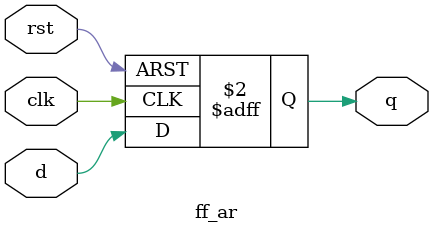
<source format=v>
`timescale 1ns / 1ps
`default_nettype none

module ff_ar
#(
    parameter W=1,
    parameter RESET_VAL=0
)
(
    input wire clk,
    input wire rst,
    input wire [W-1:0] d,
    output reg [W-1:0] q
);

    always @(posedge clk, posedge rst) begin
        if (rst) begin
            q <= RESET_VAL;
        end else begin
            q <= d;
        end
    end

endmodule

</source>
